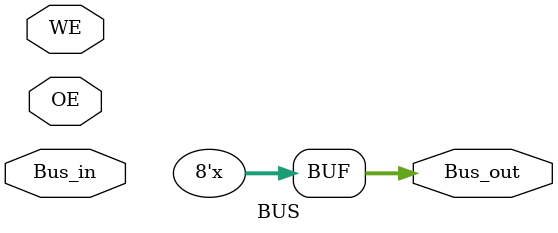
<source format=v>
module BUS	(output reg [7:0] Bus_out,
				 input wire [7:0] Bus_in,
				 input wire OE,WE);

	reg [7:0] Bus_data;

	always @(OE or WE) begin
		if (WE) begin
			Bus_data <= Bus_in;		// Read module data
			Bus_out <= Bus_data;		//	write from module to bus
		end else if (OE) begin		
			Bus_out <= Bus_data;		//	Display bus values in output
		end
	end
endmodule
</source>
